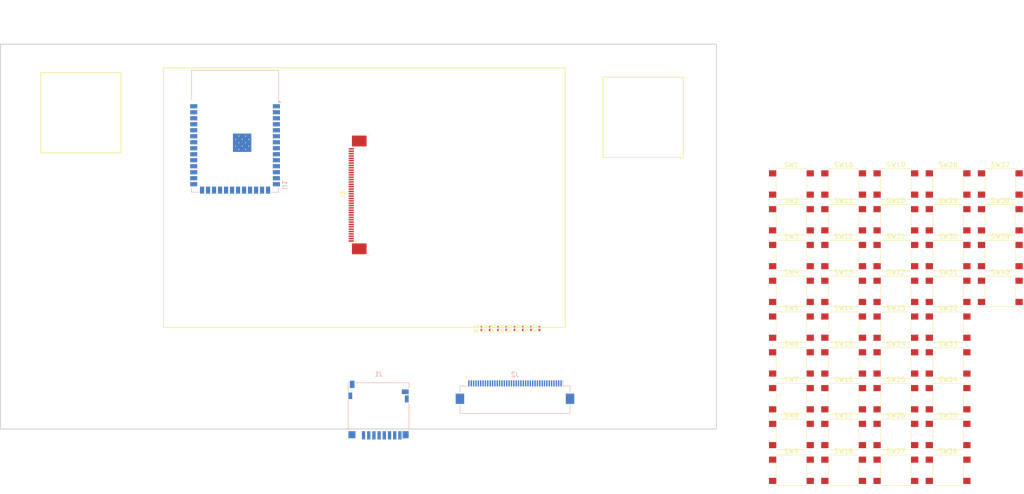
<source format=kicad_pcb>
(kicad_pcb (version 20240108) (generator "pcbnew") (generator_version "8.0")
  (layers (0 "F.Cu" signal) (31 "B.Cu" signal) (34 "B.Paste" user) (35 "F.Paste" user) (36 "B.SilkS" user "B.Silkscreen") (37 "F.SilkS" user "F.Silkscreen") (38 "B.Mask" user) (39 "F.Mask" user) (44 "Edge.Cuts" user))
  (net 0 "")
  (net 1 "GND")
  (net 2 "+3.3V")
  (net 3 "/mcu/SD_CMD")
  (net 4 "/mcu/SD_D0")
  (net 5 "/mcu/SD_CLK")
  (net 46 "Net-(U1-GND-Pad1)")
  (net 154 "Net-(J1-DAT2)")
  (net 155 "Net-(J1-DAT1)")
  (net 156 "Net-(J1-DAT3{slash}CD)")
  (net 197 "Net-(J3-CC1)")
  (net 198 "Net-(J3-CC2)")
  (footprint "Resistor_SMD:R_0201_0603Metric" (layer "F.Cu") (at 153.3 92.22 90)
    (property "Reference" "R1" (at 0 -1.05 90) (layer "F.SilkS"))
    (property "Value" "R")
    (pad "1" smd roundrect (at -0.32 0 90) (size 0.46 0.4) (layers "F.Cu" "F.Mask") (net 197 "Net-(J3-CC1)"))
    (pad "2" smd roundrect (at 0.32 0 90) (size 0.46 0.4) (layers "F.Cu" "F.Mask") (net 1 "GND"))
  )
  (footprint "Button_Switch_SMD:SW_Push_1P1T_NO_6x6mm_H9.5mm" (layer "F.Cu") (at 240.975 122.25)
    (property "Reference" "SW27" (at 0 -4.05 0) (layer "F.SilkS"))
    (property "Value" "SW_Push")
    (pad "1" smd rect (at -3.975 -2.25) (size 1.55 1.3) (layers "F.Cu" "F.Paste" "F.Mask"))
    (pad "1" smd rect (at 3.975 -2.25) (size 1.55 1.3) (layers "F.Cu" "F.Paste" "F.Mask"))
    (pad "2" smd rect (at -3.975 2.25) (size 1.55 1.3) (layers "F.Cu" "F.Paste" "F.Mask"))
    (pad "2" smd rect (at 3.975 2.25) (size 1.55 1.3) (layers "F.Cu" "F.Paste" "F.Mask"))
  )
  (footprint "Button_Switch_SMD:SW_Push_1P1T_NO_6x6mm_H9.5mm" (layer "F.Cu") (at 252.025 76.77)
    (property "Reference" "SW30" (at 0 -4.05 0) (layer "F.SilkS"))
    (property "Value" "SW_Push")
    (pad "1" smd rect (at -3.975 -2.25) (size 1.55 1.3) (layers "F.Cu" "F.Paste" "F.Mask"))
    (pad "1" smd rect (at 3.975 -2.25) (size 1.55 1.3) (layers "F.Cu" "F.Paste" "F.Mask"))
    (pad "2" smd rect (at -3.975 2.25) (size 1.55 1.3) (layers "F.Cu" "F.Paste" "F.Mask"))
    (pad "2" smd rect (at 3.975 2.25) (size 1.55 1.3) (layers "F.Cu" "F.Paste" "F.Mask"))
  )
  (footprint "Button_Switch_SMD:SW_Push_1P1T_NO_6x6mm_H9.5mm" (layer "F.Cu") (at 240.975 76.77)
    (property "Reference" "SW21" (at 0 -4.05 0) (layer "F.SilkS"))
    (property "Value" "SW_Push")
    (pad "1" smd rect (at -3.975 -2.25) (size 1.55 1.3) (layers "F.Cu" "F.Paste" "F.Mask"))
    (pad "1" smd rect (at 3.975 -2.25) (size 1.55 1.3) (layers "F.Cu" "F.Paste" "F.Mask"))
    (pad "2" smd rect (at -3.975 2.25) (size 1.55 1.3) (layers "F.Cu" "F.Paste" "F.Mask"))
    (pad "2" smd rect (at 3.975 2.25) (size 1.55 1.3) (layers "F.Cu" "F.Paste" "F.Mask"))
  )
  (footprint "Button_Switch_SMD:SW_Push_1P1T_NO_6x6mm_H9.5mm" (layer "F.Cu") (at 263.075 69.19)
    (property "Reference" "SW38" (at 0 -4.05 0) (layer "F.SilkS"))
    (property "Value" "SW_Push")
    (pad "1" smd rect (at -3.975 -2.25) (size 1.55 1.3) (layers "F.Cu" "F.Paste" "F.Mask"))
    (pad "1" smd rect (at 3.975 -2.25) (size 1.55 1.3) (layers "F.Cu" "F.Paste" "F.Mask"))
    (pad "2" smd rect (at -3.975 2.25) (size 1.55 1.3) (layers "F.Cu" "F.Paste" "F.Mask"))
    (pad "2" smd rect (at 3.975 2.25) (size 1.55 1.3) (layers "F.Cu" "F.Paste" "F.Mask"))
  )
  (footprint "Button_Switch_SMD:SW_Push_1P1T_NO_6x6mm_H9.5mm" (layer "F.Cu") (at 229.925 99.51)
    (property "Reference" "SW15" (at 0 -4.05 0) (layer "F.SilkS"))
    (property "Value" "SW_Push")
    (pad "1" smd rect (at -3.975 -2.25) (size 1.55 1.3) (layers "F.Cu" "F.Paste" "F.Mask"))
    (pad "1" smd rect (at 3.975 -2.25) (size 1.55 1.3) (layers "F.Cu" "F.Paste" "F.Mask"))
    (pad "2" smd rect (at -3.975 2.25) (size 1.55 1.3) (layers "F.Cu" "F.Paste" "F.Mask"))
    (pad "2" smd rect (at 3.975 2.25) (size 1.55 1.3) (layers "F.Cu" "F.Paste" "F.Mask"))
  )
  (footprint "Button_Switch_SMD:SW_Push_1P1T_NO_6x6mm_H9.5mm" (layer "F.Cu") (at 229.925 69.19)
    (property "Reference" "SW11" (at 0 -4.05 0) (layer "F.SilkS"))
    (property "Value" "SW_Push")
    (pad "1" smd rect (at -3.975 -2.25) (size 1.55 1.3) (layers "F.Cu" "F.Paste" "F.Mask"))
    (pad "1" smd rect (at 3.975 -2.25) (size 1.55 1.3) (layers "F.Cu" "F.Paste" "F.Mask"))
    (pad "2" smd rect (at -3.975 2.25) (size 1.55 1.3) (layers "F.Cu" "F.Paste" "F.Mask"))
    (pad "2" smd rect (at 3.975 2.25) (size 1.55 1.3) (layers "F.Cu" "F.Paste" "F.Mask"))
  )
  (footprint "Resistor_SMD:R_0201_0603Metric" (layer "F.Cu") (at 165.55 92.22 90)
    (property "Reference" "R8" (at 0 -1.05 90) (layer "F.SilkS"))
    (property "Value" "10k")
    (pad "1" smd roundrect (at -0.32 0 90) (size 0.46 0.4) (layers "F.Cu" "F.Mask") (net 2 "+3.3V"))
    (pad "2" smd roundrect (at 0.32 0 90) (size 0.46 0.4) (layers "F.Cu" "F.Mask") (net 154 "Net-(J1-DAT2)"))
  )
  (footprint "Button_Switch_SMD:SW_Push_1P1T_NO_6x6mm_H9.5mm" (layer "F.Cu") (at 263.075 84.35)
    (property "Reference" "SW40" (at 0 -4.05 0) (layer "F.SilkS"))
    (property "Value" "SW_Push")
    (pad "1" smd rect (at -3.975 -2.25) (size 1.55 1.3) (layers "F.Cu" "F.Paste" "F.Mask"))
    (pad "1" smd rect (at 3.975 -2.25) (size 1.55 1.3) (layers "F.Cu" "F.Paste" "F.Mask"))
    (pad "2" smd rect (at -3.975 2.25) (size 1.55 1.3) (layers "F.Cu" "F.Paste" "F.Mask"))
    (pad "2" smd rect (at 3.975 2.25) (size 1.55 1.3) (layers "F.Cu" "F.Paste" "F.Mask"))
  )
  (footprint "Button_Switch_SMD:SW_Push_1P1T_NO_6x6mm_H9.5mm" (layer "F.Cu") (at 240.975 114.67)
    (property "Reference" "SW26" (at 0 -4.05 0) (layer "F.SilkS"))
    (property "Value" "SW_Push")
    (pad "1" smd rect (at -3.975 -2.25) (size 1.55 1.3) (layers "F.Cu" "F.Paste" "F.Mask"))
    (pad "1" smd rect (at 3.975 -2.25) (size 1.55 1.3) (layers "F.Cu" "F.Paste" "F.Mask"))
    (pad "2" smd rect (at -3.975 2.25) (size 1.55 1.3) (layers "F.Cu" "F.Paste" "F.Mask"))
    (pad "2" smd rect (at 3.975 2.25) (size 1.55 1.3) (layers "F.Cu" "F.Paste" "F.Mask"))
  )
  (footprint "Button_Switch_SMD:SW_Push_1P1T_NO_6x6mm_H9.5mm" (layer "F.Cu") (at 252.025 122.25)
    (property "Reference" "SW36" (at 0 -4.05 0) (layer "F.SilkS"))
    (property "Value" "SW_Push")
    (pad "1" smd rect (at -3.975 -2.25) (size 1.55 1.3) (layers "F.Cu" "F.Paste" "F.Mask"))
    (pad "1" smd rect (at 3.975 -2.25) (size 1.55 1.3) (layers "F.Cu" "F.Paste" "F.Mask"))
    (pad "2" smd rect (at -3.975 2.25) (size 1.55 1.3) (layers "F.Cu" "F.Paste" "F.Mask"))
    (pad "2" smd rect (at 3.975 2.25) (size 1.55 1.3) (layers "F.Cu" "F.Paste" "F.Mask"))
  )
  (footprint "Button_Switch_SMD:SW_Push_1P1T_NO_6x6mm_H9.5mm" (layer "F.Cu") (at 252.025 61.61)
    (property "Reference" "SW28" (at 0 -4.05 0) (layer "F.SilkS"))
    (property "Value" "SW_Push")
    (pad "1" smd rect (at -3.975 -2.25) (size 1.55 1.3) (layers "F.Cu" "F.Paste" "F.Mask"))
    (pad "1" smd rect (at 3.975 -2.25) (size 1.55 1.3) (layers "F.Cu" "F.Paste" "F.Mask"))
    (pad "2" smd rect (at -3.975 2.25) (size 1.55 1.3) (layers "F.Cu" "F.Paste" "F.Mask"))
    (pad "2" smd rect (at 3.975 2.25) (size 1.55 1.3) (layers "F.Cu" "F.Paste" "F.Mask"))
  )
  (footprint "Button_Switch_SMD:SW_Push_1P1T_NO_6x6mm_H9.5mm" (layer "F.Cu") (at 229.925 114.67)
    (property "Reference" "SW17" (at 0 -4.05 0) (layer "F.SilkS"))
    (property "Value" "SW_Push")
    (pad "1" smd rect (at -3.975 -2.25) (size 1.55 1.3) (layers "F.Cu" "F.Paste" "F.Mask"))
    (pad "1" smd rect (at 3.975 -2.25) (size 1.55 1.3) (layers "F.Cu" "F.Paste" "F.Mask"))
    (pad "2" smd rect (at -3.975 2.25) (size 1.55 1.3) (layers "F.Cu" "F.Paste" "F.Mask"))
    (pad "2" smd rect (at 3.975 2.25) (size 1.55 1.3) (layers "F.Cu" "F.Paste" "F.Mask"))
  )
  (footprint "Button_Switch_SMD:SW_Push_1P1T_NO_6x6mm_H9.5mm" (layer "F.Cu") (at 229.925 122.25)
    (property "Reference" "SW18" (at 0 -4.05 0) (layer "F.SilkS"))
    (property "Value" "SW_Push")
    (pad "1" smd rect (at -3.975 -2.25) (size 1.55 1.3) (layers "F.Cu" "F.Paste" "F.Mask"))
    (pad "1" smd rect (at 3.975 -2.25) (size 1.55 1.3) (layers "F.Cu" "F.Paste" "F.Mask"))
    (pad "2" smd rect (at -3.975 2.25) (size 1.55 1.3) (layers "F.Cu" "F.Paste" "F.Mask"))
    (pad "2" smd rect (at 3.975 2.25) (size 1.55 1.3) (layers "F.Cu" "F.Paste" "F.Mask"))
  )
  (footprint "Button_Switch_SMD:SW_Push_1P1T_NO_6x6mm_H9.5mm" (layer "F.Cu") (at 240.975 99.51)
    (property "Reference" "SW24" (at 0 -4.05 0) (layer "F.SilkS"))
    (property "Value" "SW_Push")
    (pad "1" smd rect (at -3.975 -2.25) (size 1.55 1.3) (layers "F.Cu" "F.Paste" "F.Mask"))
    (pad "1" smd rect (at 3.975 -2.25) (size 1.55 1.3) (layers "F.Cu" "F.Paste" "F.Mask"))
    (pad "2" smd rect (at -3.975 2.25) (size 1.55 1.3) (layers "F.Cu" "F.Paste" "F.Mask"))
    (pad "2" smd rect (at 3.975 2.25) (size 1.55 1.3) (layers "F.Cu" "F.Paste" "F.Mask"))
  )
  (footprint "Button_Switch_SMD:SW_Push_1P1T_NO_6x6mm_H9.5mm" (layer "F.Cu") (at 252.025 107.09)
    (property "Reference" "SW34" (at 0 -4.05 0) (layer "F.SilkS"))
    (property "Value" "SW_Push")
    (pad "1" smd rect (at -3.975 -2.25) (size 1.55 1.3) (layers "F.Cu" "F.Paste" "F.Mask"))
    (pad "1" smd rect (at 3.975 -2.25) (size 1.55 1.3) (layers "F.Cu" "F.Paste" "F.Mask"))
    (pad "2" smd rect (at -3.975 2.25) (size 1.55 1.3) (layers "F.Cu" "F.Paste" "F.Mask"))
    (pad "2" smd rect (at 3.975 2.25) (size 1.55 1.3) (layers "F.Cu" "F.Paste" "F.Mask"))
  )
  (footprint "Resistor_SMD:R_0201_0603Metric" (layer "F.Cu") (at 155.05 92.22 90)
    (property "Reference" "R2" (at 0 -1.05 90) (layer "F.SilkS"))
    (property "Value" "R")
    (pad "1" smd roundrect (at -0.32 0 90) (size 0.46 0.4) (layers "F.Cu" "F.Mask") (net 198 "Net-(J3-CC2)"))
    (pad "2" smd roundrect (at 0.32 0 90) (size 0.46 0.4) (layers "F.Cu" "F.Mask") (net 1 "GND"))
  )
  (footprint "Button_Switch_SMD:SW_Push_1P1T_NO_6x6mm_H9.5mm" (layer "F.Cu") (at 252.025 84.35)
    (property "Reference" "SW31" (at 0 -4.05 0) (layer "F.SilkS"))
    (property "Value" "SW_Push")
    (pad "1" smd rect (at -3.975 -2.25) (size 1.55 1.3) (layers "F.Cu" "F.Paste" "F.Mask"))
    (pad "1" smd rect (at 3.975 -2.25) (size 1.55 1.3) (layers "F.Cu" "F.Paste" "F.Mask"))
    (pad "2" smd rect (at -3.975 2.25) (size 1.55 1.3) (layers "F.Cu" "F.Paste" "F.Mask"))
    (pad "2" smd rect (at 3.975 2.25) (size 1.55 1.3) (layers "F.Cu" "F.Paste" "F.Mask"))
  )
  (footprint "Button_Switch_SMD:SW_Push_1P1T_NO_6x6mm_H9.5mm" (layer "F.Cu") (at 252.025 99.51)
    (property "Reference" "SW33" (at 0 -4.05 0) (layer "F.SilkS"))
    (property "Value" "SW_Push")
    (pad "1" smd rect (at -3.975 -2.25) (size 1.55 1.3) (layers "F.Cu" "F.Paste" "F.Mask"))
    (pad "1" smd rect (at 3.975 -2.25) (size 1.55 1.3) (layers "F.Cu" "F.Paste" "F.Mask"))
    (pad "2" smd rect (at -3.975 2.25) (size 1.55 1.3) (layers "F.Cu" "F.Paste" "F.Mask"))
    (pad "2" smd rect (at 3.975 2.25) (size 1.55 1.3) (layers "F.Cu" "F.Paste" "F.Mask"))
  )
  (footprint "Button_Switch_SMD:SW_Push_1P1T_NO_6x6mm_H9.5mm" (layer "F.Cu") (at 218.875 84.35)
    (property "Reference" "SW4" (at 0 -4.05 0) (layer "F.SilkS"))
    (property "Value" "SW_Push")
    (pad "1" smd rect (at -3.975 -2.25) (size 1.55 1.3) (layers "F.Cu" "F.Paste" "F.Mask"))
    (pad "1" smd rect (at 3.975 -2.25) (size 1.55 1.3) (layers "F.Cu" "F.Paste" "F.Mask"))
    (pad "2" smd rect (at -3.975 2.25) (size 1.55 1.3) (layers "F.Cu" "F.Paste" "F.Mask"))
    (pad "2" smd rect (at 3.975 2.25) (size 1.55 1.3) (layers "F.Cu" "F.Paste" "F.Mask"))
  )
  (footprint "Resistor_SMD:R_0201_0603Metric" (layer "F.Cu") (at 160.3 92.22 90)
    (property "Reference" "R5" (at 0 -1.05 90) (layer "F.SilkS"))
    (property "Value" "10k")
    (pad "1" smd roundrect (at -0.32 0 90) (size 0.46 0.4) (layers "F.Cu" "F.Mask") (net 2 "+3.3V"))
    (pad "2" smd roundrect (at 0.32 0 90) (size 0.46 0.4) (layers "F.Cu" "F.Mask") (net 5 "/mcu/SD_CLK"))
  )
  (footprint "Button_Switch_SMD:SW_Push_1P1T_NO_6x6mm_H9.5mm" (layer "F.Cu") (at 240.975 84.35)
    (property "Reference" "SW22" (at 0 -4.05 0) (layer "F.SilkS"))
    (property "Value" "SW_Push")
    (pad "1" smd rect (at -3.975 -2.25) (size 1.55 1.3) (layers "F.Cu" "F.Paste" "F.Mask"))
    (pad "1" smd rect (at 3.975 -2.25) (size 1.55 1.3) (layers "F.Cu" "F.Paste" "F.Mask"))
    (pad "2" smd rect (at -3.975 2.25) (size 1.55 1.3) (layers "F.Cu" "F.Paste" "F.Mask"))
    (pad "2" smd rect (at 3.975 2.25) (size 1.55 1.3) (layers "F.Cu" "F.Paste" "F.Mask"))
  )
  (footprint "Button_Switch_SMD:SW_Push_1P1T_NO_6x6mm_H9.5mm" (layer "F.Cu") (at 252.025 91.93)
    (property "Reference" "SW32" (at 0 -4.05 0) (layer "F.SilkS"))
    (property "Value" "SW_Push")
    (pad "1" smd rect (at -3.975 -2.25) (size 1.55 1.3) (layers "F.Cu" "F.Paste" "F.Mask"))
    (pad "1" smd rect (at 3.975 -2.25) (size 1.55 1.3) (layers "F.Cu" "F.Paste" "F.Mask"))
    (pad "2" smd rect (at -3.975 2.25) (size 1.55 1.3) (layers "F.Cu" "F.Paste" "F.Mask"))
    (pad "2" smd rect (at 3.975 2.25) (size 1.55 1.3) (layers "F.Cu" "F.Paste" "F.Mask"))
  )
  (footprint "Button_Switch_SMD:SW_Push_1P1T_NO_6x6mm_H9.5mm" (layer "F.Cu") (at 240.975 61.61)
    (property "Reference" "SW19" (at 0 -4.05 0) (layer "F.SilkS"))
    (property "Value" "SW_Push")
    (pad "1" smd rect (at -3.975 -2.25) (size 1.55 1.3) (layers "F.Cu" "F.Paste" "F.Mask"))
    (pad "1" smd rect (at 3.975 -2.25) (size 1.55 1.3) (layers "F.Cu" "F.Paste" "F.Mask"))
    (pad "2" smd rect (at -3.975 2.25) (size 1.55 1.3) (layers "F.Cu" "F.Paste" "F.Mask"))
    (pad "2" smd rect (at 3.975 2.25) (size 1.55 1.3) (layers "F.Cu" "F.Paste" "F.Mask"))
  )
  (footprint "Button_Switch_SMD:SW_Push_1P1T_NO_6x6mm_H9.5mm" (layer "F.Cu") (at 218.875 107.09)
    (property "Reference" "SW7" (at 0 -4.05 0) (layer "F.SilkS"))
    (property "Value" "SW_Push")
    (pad "1" smd rect (at -3.975 -2.25) (size 1.55 1.3) (layers "F.Cu" "F.Paste" "F.Mask"))
    (pad "1" smd rect (at 3.975 -2.25) (size 1.55 1.3) (layers "F.Cu" "F.Paste" "F.Mask"))
    (pad "2" smd rect (at -3.975 2.25) (size 1.55 1.3) (layers "F.Cu" "F.Paste" "F.Mask"))
    (pad "2" smd rect (at 3.975 2.25) (size 1.55 1.3) (layers "F.Cu" "F.Paste" "F.Mask"))
  )
  (footprint "Button_Switch_SMD:SW_Push_1P1T_NO_6x6mm_H9.5mm" (layer "F.Cu") (at 218.875 99.51)
    (property "Reference" "SW6" (at 0 -4.05 0) (layer "F.SilkS"))
    (property "Value" "SW_Push")
    (pad "1" smd rect (at -3.975 -2.25) (size 1.55 1.3) (layers "F.Cu" "F.Paste" "F.Mask"))
    (pad "1" smd rect (at 3.975 -2.25) (size 1.55 1.3) (layers "F.Cu" "F.Paste" "F.Mask"))
    (pad "2" smd rect (at -3.975 2.25) (size 1.55 1.3) (layers "F.Cu" "F.Paste" "F.Mask"))
    (pad "2" smd rect (at 3.975 2.25) (size 1.55 1.3) (layers "F.Cu" "F.Paste" "F.Mask"))
  )
  (footprint "Resistor_SMD:R_0201_0603Metric" (layer "F.Cu") (at 156.8 92.22 90)
    (property "Reference" "R3" (at 0 -1.05 90) (layer "F.SilkS"))
    (property "Value" "10k")
    (pad "1" smd roundrect (at -0.32 0 90) (size 0.46 0.4) (layers "F.Cu" "F.Mask") (net 2 "+3.3V"))
    (pad "2" smd roundrect (at 0.32 0 90) (size 0.46 0.4) (layers "F.Cu" "F.Mask") (net 155 "Net-(J1-DAT1)"))
  )
  (footprint "Resistor_SMD:R_0201_0603Metric" (layer "F.Cu") (at 158.55 92.22 90)
    (property "Reference" "R4" (at 0 -1.05 90) (layer "F.SilkS"))
    (property "Value" "10k")
    (pad "1" smd roundrect (at -0.32 0 90) (size 0.46 0.4) (layers "F.Cu" "F.Mask") (net 2 "+3.3V"))
    (pad "2" smd roundrect (at 0.32 0 90) (size 0.46 0.4) (layers "F.Cu" "F.Mask") (net 4 "/mcu/SD_D0"))
  )
  (footprint "Resistor_SMD:R_0201_0603Metric" (layer "F.Cu") (at 163.8 92.22 90)
    (property "Reference" "R7" (at 0 -1.05 90) (layer "F.SilkS"))
    (property "Value" "10k")
    (pad "1" smd roundrect (at -0.32 0 90) (size 0.46 0.4) (layers "F.Cu" "F.Mask") (net 2 "+3.3V"))
    (pad "2" smd roundrect (at 0.32 0 90) (size 0.46 0.4) (layers "F.Cu" "F.Mask") (net 156 "Net-(J1-DAT3{slash}CD)"))
  )
  (footprint "Button_Switch_SMD:SW_Push_1P1T_NO_6x6mm_H9.5mm" (layer "F.Cu") (at 229.925 84.35)
    (property "Reference" "SW13" (at 0 -4.05 0) (layer "F.SilkS"))
    (property "Value" "SW_Push")
    (pad "1" smd rect (at -3.975 -2.25) (size 1.55 1.3) (layers "F.Cu" "F.Paste" "F.Mask"))
    (pad "1" smd rect (at 3.975 -2.25) (size 1.55 1.3) (layers "F.Cu" "F.Paste" "F.Mask"))
    (pad "2" smd rect (at -3.975 2.25) (size 1.55 1.3) (layers "F.Cu" "F.Paste" "F.Mask"))
    (pad "2" smd rect (at 3.975 2.25) (size 1.55 1.3) (layers "F.Cu" "F.Paste" "F.Mask"))
  )
  (footprint "Button_Switch_SMD:SW_Push_1P1T_NO_6x6mm_H9.5mm" (layer "F.Cu") (at 240.975 91.93)
    (property "Reference" "SW23" (at 0 -4.05 0) (layer "F.SilkS"))
    (property "Value" "SW_Push")
    (pad "1" smd rect (at -3.975 -2.25) (size 1.55 1.3) (layers "F.Cu" "F.Paste" "F.Mask"))
    (pad "1" smd rect (at 3.975 -2.25) (size 1.55 1.3) (layers "F.Cu" "F.Paste" "F.Mask"))
    (pad "2" smd rect (at -3.975 2.25) (size 1.55 1.3) (layers "F.Cu" "F.Paste" "F.Mask"))
    (pad "2" smd rect (at 3.975 2.25) (size 1.55 1.3) (layers "F.Cu" "F.Paste" "F.Mask"))
  )
  (footprint "Button_Switch_SMD:SW_Push_1P1T_NO_6x6mm_H9.5mm" (layer "F.Cu") (at 263.075 61.61)
    (property "Reference" "SW37" (at 0 -4.05 0) (layer "F.SilkS"))
    (property "Value" "SW_Push")
    (pad "1" smd rect (at -3.975 -2.25) (size 1.55 1.3) (layers "F.Cu" "F.Paste" "F.Mask"))
    (pad "1" smd rect (at 3.975 -2.25) (size 1.55 1.3) (layers "F.Cu" "F.Paste" "F.Mask"))
    (pad "2" smd rect (at -3.975 2.25) (size 1.55 1.3) (layers "F.Cu" "F.Paste" "F.Mask"))
    (pad "2" smd rect (at 3.975 2.25) (size 1.55 1.3) (layers "F.Cu" "F.Paste" "F.Mask"))
  )
  (footprint "Button_Switch_SMD:SW_Push_1P1T_NO_6x6mm_H9.5mm" (layer "F.Cu") (at 218.875 69.19)
    (property "Reference" "SW2" (at 0 -4.05 0) (layer "F.SilkS"))
    (property "Value" "SW_Push")
    (pad "1" smd rect (at -3.975 -2.25) (size 1.55 1.3) (layers "F.Cu" "F.Paste" "F.Mask"))
    (pad "1" smd rect (at 3.975 -2.25) (size 1.55 1.3) (layers "F.Cu" "F.Paste" "F.Mask"))
    (pad "2" smd rect (at -3.975 2.25) (size 1.55 1.3) (layers "F.Cu" "F.Paste" "F.Mask"))
    (pad "2" smd rect (at 3.975 2.25) (size 1.55 1.3) (layers "F.Cu" "F.Paste" "F.Mask"))
  )
  (footprint "Button_Switch_SMD:SW_Push_1P1T_NO_6x6mm_H9.5mm" (layer "F.Cu") (at 229.925 107.09)
    (property "Reference" "SW16" (at 0 -4.05 0) (layer "F.SilkS"))
    (property "Value" "SW_Push")
    (pad "1" smd rect (at -3.975 -2.25) (size 1.55 1.3) (layers "F.Cu" "F.Paste" "F.Mask"))
    (pad "1" smd rect (at 3.975 -2.25) (size 1.55 1.3) (layers "F.Cu" "F.Paste" "F.Mask"))
    (pad "2" smd rect (at -3.975 2.25) (size 1.55 1.3) (layers "F.Cu" "F.Paste" "F.Mask"))
    (pad "2" smd rect (at 3.975 2.25) (size 1.55 1.3) (layers "F.Cu" "F.Paste" "F.Mask"))
  )
  (footprint "Resistor_SMD:R_0201_0603Metric" (layer "F.Cu") (at 162.05 92.22 90)
    (property "Reference" "R6" (at 0 -1.05 90) (layer "F.SilkS"))
    (property "Value" "10k")
    (pad "1" smd roundrect (at -0.32 0 90) (size 0.46 0.4) (layers "F.Cu" "F.Mask") (net 2 "+3.3V"))
    (pad "2" smd roundrect (at 0.32 0 90) (size 0.46 0.4) (layers "F.Cu" "F.Mask") (net 3 "/mcu/SD_CMD"))
  )
  (footprint "Button_Switch_SMD:SW_Push_1P1T_NO_6x6mm_H9.5mm" (layer "F.Cu") (at 218.875 114.67)
    (property "Reference" "SW8" (at 0 -4.05 0) (layer "F.SilkS"))
    (property "Value" "SW_Push")
    (pad "1" smd rect (at -3.975 -2.25) (size 1.55 1.3) (layers "F.Cu" "F.Paste" "F.Mask"))
    (pad "1" smd rect (at 3.975 -2.25) (size 1.55 1.3) (layers "F.Cu" "F.Paste" "F.Mask"))
    (pad "2" smd rect (at -3.975 2.25) (size 1.55 1.3) (layers "F.Cu" "F.Paste" "F.Mask"))
    (pad "2" smd rect (at 3.975 2.25) (size 1.55 1.3) (layers "F.Cu" "F.Paste" "F.Mask"))
  )
  (footprint "Button_Switch_SMD:SW_Push_1P1T_NO_6x6mm_H9.5mm" (layer "F.Cu") (at 229.925 76.77)
    (property "Reference" "SW12" (at 0 -4.05 0) (layer "F.SilkS"))
    (property "Value" "SW_Push")
    (pad "1" smd rect (at -3.975 -2.25) (size 1.55 1.3) (layers "F.Cu" "F.Paste" "F.Mask"))
    (pad "1" smd rect (at 3.975 -2.25) (size 1.55 1.3) (layers "F.Cu" "F.Paste" "F.Mask"))
    (pad "2" smd rect (at -3.975 2.25) (size 1.55 1.3) (layers "F.Cu" "F.Paste" "F.Mask"))
    (pad "2" smd rect (at 3.975 2.25) (size 1.55 1.3) (layers "F.Cu" "F.Paste" "F.Mask"))
  )
  (footprint "Button_Switch_SMD:SW_Push_1P1T_NO_6x6mm_H9.5mm" (layer "F.Cu") (at 218.875 122.25)
    (property "Reference" "SW9" (at 0 -4.05 0) (layer "F.SilkS"))
    (property "Value" "SW_Push")
    (pad "1" smd rect (at -3.975 -2.25) (size 1.55 1.3) (layers "F.Cu" "F.Paste" "F.Mask"))
    (pad "1" smd rect (at 3.975 -2.25) (size 1.55 1.3) (layers "F.Cu" "F.Paste" "F.Mask"))
    (pad "2" smd rect (at -3.975 2.25) (size 1.55 1.3) (layers "F.Cu" "F.Paste" "F.Mask"))
    (pad "2" smd rect (at 3.975 2.25) (size 1.55 1.3) (layers "F.Cu" "F.Paste" "F.Mask"))
  )
  (footprint "Button_Switch_SMD:SW_Push_1P1T_NO_6x6mm_H9.5mm" (layer "F.Cu") (at 229.925 91.93)
    (property "Reference" "SW14" (at 0 -4.05 0) (layer "F.SilkS"))
    (property "Value" "SW_Push")
    (pad "1" smd rect (at -3.975 -2.25) (size 1.55 1.3) (layers "F.Cu" "F.Paste" "F.Mask"))
    (pad "1" smd rect (at 3.975 -2.25) (size 1.55 1.3) (layers "F.Cu" "F.Paste" "F.Mask"))
    (pad "2" smd rect (at -3.975 2.25) (size 1.55 1.3) (layers "F.Cu" "F.Paste" "F.Mask"))
    (pad "2" smd rect (at 3.975 2.25) (size 1.55 1.3) (layers "F.Cu" "F.Paste" "F.Mask"))
  )
  (footprint "Button_Switch_SMD:SW_Push_1P1T_NO_6x6mm_H9.5mm" (layer "F.Cu") (at 252.025 114.67)
    (property "Reference" "SW35" (at 0 -4.05 0) (layer "F.SilkS"))
    (property "Value" "SW_Push")
    (pad "1" smd rect (at -3.975 -2.25) (size 1.55 1.3) (layers "F.Cu" "F.Paste" "F.Mask"))
    (pad "1" smd rect (at 3.975 -2.25) (size 1.55 1.3) (layers "F.Cu" "F.Paste" "F.Mask"))
    (pad "2" smd rect (at -3.975 2.25) (size 1.55 1.3) (layers "F.Cu" "F.Paste" "F.Mask"))
    (pad "2" smd rect (at 3.975 2.25) (size 1.55 1.3) (layers "F.Cu" "F.Paste" "F.Mask"))
  )
  (footprint "Button_Switch_SMD:SW_Push_1P1T_NO_6x6mm_H9.5mm" (layer "F.Cu") (at 218.875 91.93)
    (property "Reference" "SW5" (at 0 -4.05 0) (layer "F.SilkS"))
    (property "Value" "SW_Push")
    (pad "1" smd rect (at -3.975 -2.25) (size 1.55 1.3) (layers "F.Cu" "F.Paste" "F.Mask"))
    (pad "1" smd rect (at 3.975 -2.25) (size 1.55 1.3) (layers "F.Cu" "F.Paste" "F.Mask"))
    (pad "2" smd rect (at -3.975 2.25) (size 1.55 1.3) (layers "F.Cu" "F.Paste" "F.Mask"))
    (pad "2" smd rect (at 3.975 2.25) (size 1.55 1.3) (layers "F.Cu" "F.Paste" "F.Mask"))
  )
  (footprint "Button_Switch_SMD:SW_Push_1P1T_NO_6x6mm_H9.5mm" (layer "F.Cu") (at 218.875 61.61)
    (property "Reference" "SW1" (at 0 -4.05 0) (layer "F.SilkS"))
    (property "Value" "SW_Push")
    (pad "1" smd rect (at -3.975 -2.25) (size 1.55 1.3) (layers "F.Cu" "F.Paste" "F.Mask"))
    (pad "1" smd rect (at 3.975 -2.25) (size 1.55 1.3) (layers "F.Cu" "F.Paste" "F.Mask"))
    (pad "2" smd rect (at -3.975 2.25) (size 1.55 1.3) (layers "F.Cu" "F.Paste" "F.Mask"))
    (pad "2" smd rect (at 3.975 2.25) (size 1.55 1.3) (layers "F.Cu" "F.Paste" "F.Mask"))
  )
  (footprint "Button_Switch_SMD:SW_Push_1P1T_NO_6x6mm_H9.5mm" (layer "F.Cu") (at 240.975 69.19)
    (property "Reference" "SW20" (at 0 -4.05 0) (layer "F.SilkS"))
    (property "Value" "SW_Push")
    (pad "1" smd rect (at -3.975 -2.25) (size 1.55 1.3) (layers "F.Cu" "F.Paste" "F.Mask"))
    (pad "1" smd rect (at 3.975 -2.25) (size 1.55 1.3) (layers "F.Cu" "F.Paste" "F.Mask"))
    (pad "2" smd rect (at -3.975 2.25) (size 1.55 1.3) (layers "F.Cu" "F.Paste" "F.Mask"))
    (pad "2" smd rect (at 3.975 2.25) (size 1.55 1.3) (layers "F.Cu" "F.Paste" "F.Mask"))
  )
  (footprint "Connector_FFC-FPC:TE_4-1734839-0_1x40-1MP_P0.5mm_Horizontal" (layer "F.Cu") (at 127.075 63.925 90)
    (property "Reference" "J3" (at 0 -3.1 -90) (layer "F.SilkS"))
    (property "Value" "Conn_01x40")
    (pad "1" smd rect (at -9.75 -1.35 90) (size 0.3 1.1) (layers "F.Cu" "F.Paste" "F.Mask"))
    (pad "2" smd rect (at -9.25 -1.35 90) (size 0.3 1.1) (layers "F.Cu" "F.Paste" "F.Mask"))
    (pad "3" smd rect (at -8.75 -1.35 90) (size 0.3 1.1) (layers "F.Cu" "F.Paste" "F.Mask"))
    (pad "4" smd rect (at -8.25 -1.35 90) (size 0.3 1.1) (layers "F.Cu" "F.Paste" "F.Mask"))
    (pad "5" smd rect (at -7.75 -1.35 90) (size 0.3 1.1) (layers "F.Cu" "F.Paste" "F.Mask"))
    (pad "6" smd rect (at -7.25 -1.35 90) (size 0.3 1.1) (layers "F.Cu" "F.Paste" "F.Mask"))
    (pad "7" smd rect (at -6.75 -1.35 90) (size 0.3 1.1) (layers "F.Cu" "F.Paste" "F.Mask"))
    (pad "8" smd rect (at -6.25 -1.35 90) (size 0.3 1.1) (layers "F.Cu" "F.Paste" "F.Mask"))
    (pad "9" smd rect (at -5.75 -1.35 90) (size 0.3 1.1) (layers "F.Cu" "F.Paste" "F.Mask"))
    (pad "10" smd rect (at -5.25 -1.35 90) (size 0.3 1.1) (layers "F.Cu" "F.Paste" "F.Mask"))
    (pad "11" smd rect (at -4.75 -1.35 90) (size 0.3 1.1) (layers "F.Cu" "F.Paste" "F.Mask"))
    (pad "12" smd rect (at -4.25 -1.35 90) (size 0.3 1.1) (layers "F.Cu" "F.Paste" "F.Mask"))
    (pad "13" smd rect (at -3.75 -1.35 90) (size 0.3 1.1) (layers "F.Cu" "F.Paste" "F.Mask"))
    (pad "14" smd rect (at -3.25 -1.35 90) (size 0.3 1.1) (layers "F.Cu" "F.Paste" "F.Mask"))
    (pad "15" smd rect (at -2.75 -1.35 90) (size 0.3 1.1) (layers "F.Cu" "F.Paste" "F.Mask"))
    (pad "16" smd rect (at -2.25 -1.35 90) (size 0.3 1.1) (layers "F.Cu" "F.Paste" "F.Mask"))
    (pad "17" smd rect (at -1.75 -1.35 90) (size 0.3 1.1) (layers "F.Cu" "F.Paste" "F.Mask"))
    (pad "18" smd rect (at -1.25 -1.35 90) (size 0.3 1.1) (layers "F.Cu" "F.Paste" "F.Mask"))
    (pad "19" smd rect (at -0.75 -1.35 90) (size 0.3 1.1) (layers "F.Cu" "F.Paste" "F.Mask"))
    (pad "20" smd rect (at -0.25 -1.35 90) (size 0.3 1.1) (layers "F.Cu" "F.Paste" "F.Mask"))
    (pad "21" smd rect (at 0.25 -1.35 90) (size 0.3 1.1) (layers "F.Cu" "F.Paste" "F.Mask"))
    (pad "22" smd rect (at 0.75 -1.35 90) (size 0.3 1.1) (layers "F.Cu" "F.Paste" "F.Mask"))
    (pad "23" smd rect (at 1.25 -1.35 90) (size 0.3 1.1) (layers "F.Cu" "F.Paste" "F.Mask"))
    (pad "24" smd rect (at 1.75 -1.35 90) (size 0.3 1.1) (layers "F.Cu" "F.Paste" "F.Mask"))
    (pad "25" smd rect (at 2.25 -1.35 90) (size 0.3 1.1) (layers "F.Cu" "F.Paste" "F.Mask"))
    (pad "26" smd rect (at 2.75 -1.35 90) (size 0.3 1.1) (layers "F.Cu" "F.Paste" "F.Mask"))
    (pad "27" smd rect (at 3.25 -1.35 90) (size 0.3 1.1) (layers "F.Cu" "F.Paste" "F.Mask"))
    (pad "28" smd rect (at 3.75 -1.35 90) (size 0.3 1.1) (layers "F.Cu" "F.Paste" "F.Mask"))
    (pad "29" smd rect (at 4.25 -1.35 90) (size 0.3 1.1) (layers "F.Cu" "F.Paste" "F.Mask"))
    (pad "30" smd rect (at 4.75 -1.35 90) (size 0.3 1.1) (layers "F.Cu" "F.Paste" "F.Mask"))
    (pad "31" smd rect (at 5.25 -1.35 90) (size 0.3 1.1) (layers "F.Cu" "F.Paste" "F.Mask"))
    (pad "32" smd rect (at 5.75 -1.35 90) (size 0.3 1.1) (layers "F.Cu" "F.Paste" "F.Mask"))
    (pad "33" smd rect (at 6.25 -1.35 90) (size 0.3 1.1) (layers "F.Cu" "F.Paste" "F.Mask"))
    (pad "34" smd rect (at 6.75 -1.35 90) (size 0.3 1.1) (layers "F.Cu" "F.Paste" "F.Mask"))
    (pad "35" smd rect (at 7.25 -1.35 90) (size 0.3 1.1) (layers "F.Cu" "F.Paste" "F.Mask"))
    (pad "36" smd rect (at 7.75 -1.35 90) (size 0.3 1.1) (layers "F.Cu" "F.Paste" "F.Mask"))
    (pad "37" smd rect (at 8.25 -1.35 90) (size 0.3 1.1) (layers "F.Cu" "F.Paste" "F.Mask"))
    (pad "38" smd rect (at 8.75 -1.35 90) (size 0.3 1.1) (layers "F.Cu" "F.Paste" "F.Mask"))
    (pad "39" smd rect (at 9.25 -1.35 90) (size 0.3 1.1) (layers "F.Cu" "F.Paste" "F.Mask"))
    (pad "40" smd rect (at 9.75 -1.35 90) (size 0.3 1.1) (layers "F.Cu" "F.Paste" "F.Mask"))
    (pad "MP" smd rect (at -11.42 0.35 90) (size 2.3 3.1) (layers "F.Cu" "F.Paste" "F.Mask"))
    (pad "MP" smd rect (at 11.42 0.35 90) (size 2.3 3.1) (layers "F.Cu" "F.Paste" "F.Mask"))
  )
  (footprint "Button_Switch_SMD:SW_Push_1P1T_NO_6x6mm_H9.5mm" (layer "F.Cu") (at 263.075 76.77)
    (property "Reference" "SW39" (at 0 -4.05 0) (layer "F.SilkS"))
    (property "Value" "SW_Push")
    (pad "1" smd rect (at -3.975 -2.25) (size 1.55 1.3) (layers "F.Cu" "F.Paste" "F.Mask"))
    (pad "1" smd rect (at 3.975 -2.25) (size 1.55 1.3) (layers "F.Cu" "F.Paste" "F.Mask"))
    (pad "2" smd rect (at -3.975 2.25) (size 1.55 1.3) (layers "F.Cu" "F.Paste" "F.Mask"))
    (pad "2" smd rect (at 3.975 2.25) (size 1.55 1.3) (layers "F.Cu" "F.Paste" "F.Mask"))
  )
  (footprint "Button_Switch_SMD:SW_Push_1P1T_NO_6x6mm_H9.5mm" (layer "F.Cu") (at 229.925 61.61)
    (property "Reference" "SW10" (at 0 -4.05 0) (layer "F.SilkS"))
    (property "Value" "SW_Push")
    (pad "1" smd rect (at -3.975 -2.25) (size 1.55 1.3) (layers "F.Cu" "F.Paste" "F.Mask"))
    (pad "1" smd rect (at 3.975 -2.25) (size 1.55 1.3) (layers "F.Cu" "F.Paste" "F.Mask"))
    (pad "2" smd rect (at -3.975 2.25) (size 1.55 1.3) (layers "F.Cu" "F.Paste" "F.Mask"))
    (pad "2" smd rect (at 3.975 2.25) (size 1.55 1.3) (layers "F.Cu" "F.Paste" "F.Mask"))
  )
  (footprint "Button_Switch_SMD:SW_Push_1P1T_NO_6x6mm_H9.5mm" (layer "F.Cu") (at 240.975 107.09)
    (property "Reference" "SW25" (at 0 -4.05 0) (layer "F.SilkS"))
    (property "Value" "SW_Push")
    (pad "1" smd rect (at -3.975 -2.25) (size 1.55 1.3) (layers "F.Cu" "F.Paste" "F.Mask"))
    (pad "1" smd rect (at 3.975 -2.25) (size 1.55 1.3) (layers "F.Cu" "F.Paste" "F.Mask"))
    (pad "2" smd rect (at -3.975 2.25) (size 1.55 1.3) (layers "F.Cu" "F.Paste" "F.Mask"))
    (pad "2" smd rect (at 3.975 2.25) (size 1.55 1.3) (layers "F.Cu" "F.Paste" "F.Mask"))
  )
  (footprint "Button_Switch_SMD:SW_Push_1P1T_NO_6x6mm_H9.5mm" (layer "F.Cu") (at 252.025 69.19)
    (property "Reference" "SW29" (at 0 -4.05 0) (layer "F.SilkS"))
    (property "Value" "SW_Push")
    (pad "1" smd rect (at -3.975 -2.25) (size 1.55 1.3) (layers "F.Cu" "F.Paste" "F.Mask"))
    (pad "1" smd rect (at 3.975 -2.25) (size 1.55 1.3) (layers "F.Cu" "F.Paste" "F.Mask"))
    (pad "2" smd rect (at -3.975 2.25) (size 1.55 1.3) (layers "F.Cu" "F.Paste" "F.Mask"))
    (pad "2" smd rect (at 3.975 2.25) (size 1.55 1.3) (layers "F.Cu" "F.Paste" "F.Mask"))
  )
  (footprint "Button_Switch_SMD:SW_Push_1P1T_NO_6x6mm_H9.5mm" (layer "F.Cu") (at 218.875 76.77)
    (property "Reference" "SW3" (at 0 -4.05 0) (layer "F.SilkS"))
    (property "Value" "SW_Push")
    (pad "1" smd rect (at -3.975 -2.25) (size 1.55 1.3) (layers "F.Cu" "F.Paste" "F.Mask"))
    (pad "1" smd rect (at 3.975 -2.25) (size 1.55 1.3) (layers "F.Cu" "F.Paste" "F.Mask"))
    (pad "2" smd rect (at -3.975 2.25) (size 1.55 1.3) (layers "F.Cu" "F.Paste" "F.Mask"))
    (pad "2" smd rect (at 3.975 2.25) (size 1.55 1.3) (layers "F.Cu" "F.Paste" "F.Mask"))
  )
  (footprint "RF_Module:ESP32-S3-WROOM-1" (layer "B.Cu") (at 101.14 50.41 180)
    (property "Reference" "U1" (at -10.5 -11.4 -90) (layer "B.SilkS") (effects (justify mirror)))
    (property "Value" "ESP32-S3-WROOM-1")
    (pad "1" smd rect (at -8.75 5.26 180) (size 1.5 0.9) (layers "B.Cu" "B.Paste" "B.Mask") (net 46 "Net-(U1-GND-Pad1)"))
    (pad "2" smd rect (at -8.75 3.99 180) (size 1.5 0.9) (layers "B.Cu" "B.Paste" "B.Mask"))
    (pad "3" smd rect (at -8.75 2.72 180) (size 1.5 0.9) (layers "B.Cu" "B.Paste" "B.Mask"))
    (pad "4" smd rect (at -8.75 1.45 180) (size 1.5 0.9) (layers "B.Cu" "B.Paste" "B.Mask"))
    (pad "5" smd rect (at -8.75 0.18 180) (size 1.5 0.9) (layers "B.Cu" "B.Paste" "B.Mask"))
    (pad "6" smd rect (at -8.75 -1.09 180) (size 1.5 0.9) (layers "B.Cu" "B.Paste" "B.Mask"))
    (pad "7" smd rect (at -8.75 -2.36 180) (size 1.5 0.9) (layers "B.Cu" "B.Paste" "B.Mask"))
    (pad "8" smd rect (at -8.75 -3.63 180) (size 1.5 0.9) (layers "B.Cu" "B.Paste" "B.Mask"))
    (pad "9" smd rect (at -8.75 -4.9 180) (size 1.5 0.9) (layers "B.Cu" "B.Paste" "B.Mask"))
    (pad "10" smd rect (at -8.75 -6.17 180) (size 1.5 0.9) (layers "B.Cu" "B.Paste" "B.Mask"))
    (pad "11" smd rect (at -8.75 -7.44 180) (size 1.5 0.9) (layers "B.Cu" "B.Paste" "B.Mask"))
    (pad "12" smd rect (at -8.75 -8.71 180) (size 1.5 0.9) (layers "B.Cu" "B.Paste" "B.Mask"))
    (pad "13" smd rect (at -8.75 -9.98 180) (size 1.5 0.9) (layers "B.Cu" "B.Paste" "B.Mask"))
    (pad "14" smd rect (at -8.75 -11.25) (size 1.5 0.9) (layers "B.Cu" "B.Paste" "B.Mask"))
    (pad "15" smd rect (at -6.985 -12.5 270) (size 1.5 0.9) (layers "B.Cu" "B.Paste" "B.Mask"))
    (pad "16" smd rect (at -5.715 -12.5 270) (size 1.5 0.9) (layers "B.Cu" "B.Paste" "B.Mask"))
    (pad "17" smd rect (at -4.445 -12.5 270) (size 1.5 0.9) (layers "B.Cu" "B.Paste" "B.Mask"))
    (pad "18" smd rect (at -3.175 -12.5 270) (size 1.5 0.9) (layers "B.Cu" "B.Paste" "B.Mask"))
    (pad "19" smd rect (at -1.905 -12.5 270) (size 1.5 0.9) (layers "B.Cu" "B.Paste" "B.Mask"))
    (pad "20" smd rect (at -0.635 -12.5 270) (size 1.5 0.9) (layers "B.Cu" "B.Paste" "B.Mask"))
    (pad "21" smd rect (at 0.635 -12.5 270) (size 1.5 0.9) (layers "B.Cu" "B.Paste" "B.Mask"))
    (pad "22" smd rect (at 1.905 -12.5 270) (size 1.5 0.9) (layers "B.Cu" "B.Paste" "B.Mask"))
    (pad "23" smd rect (at 3.175 -12.5 270) (size 1.5 0.9) (layers "B.Cu" "B.Paste" "B.Mask"))
    (pad "24" smd rect (at 4.445 -12.5 270) (size 1.5 0.9) (layers "B.Cu" "B.Paste" "B.Mask"))
    (pad "25" smd rect (at 5.715 -12.5 270) (size 1.5 0.9) (layers "B.Cu" "B.Paste" "B.Mask"))
    (pad "26" smd rect (at 6.985 -12.5 270) (size 1.5 0.9) (layers "B.Cu" "B.Paste" "B.Mask"))
    (pad "27" smd rect (at 8.75 -11.25 180) (size 1.5 0.9) (layers "B.Cu" "B.Paste" "B.Mask"))
    (pad "28" smd rect (at 8.75 -9.98 180) (size 1.5 0.9) (layers "B.Cu" "B.Paste" "B.Mask"))
    (pad "29" smd rect (at 8.75 -8.71 180) (size 1.5 0.9) (layers "B.Cu" "B.Paste" "B.Mask"))
    (pad "30" smd rect (at 8.75 -7.44 180) (size 1.5 0.9) (layers "B.Cu" "B.Paste" "B.Mask"))
    (pad "31" smd rect (at 8.75 -6.17 180) (size 1.5 0.9) (layers "B.Cu" "B.Paste" "B.Mask"))
    (pad "32" smd rect (at 8.75 -4.9 180) (size 1.5 0.9) (layers "B.Cu" "B.Paste" "B.Mask"))
    (pad "33" smd rect (at 8.75 -3.63 180) (size 1.5 0.9) (layers "B.Cu" "B.Paste" "B.Mask"))
    (pad "34" smd rect (at 8.75 -2.36 180) (size 1.5 0.9) (layers "B.Cu" "B.Paste" "B.Mask"))
    (pad "35" smd rect (at 8.75 -1.09 180) (size 1.5 0.9) (layers "B.Cu" "B.Paste" "B.Mask"))
    (pad "36" smd rect (at 8.75 0.18 180) (size 1.5 0.9) (layers "B.Cu" "B.Paste" "B.Mask"))
    (pad "37" smd rect (at 8.75 1.45 180) (size 1.5 0.9) (layers "B.Cu" "B.Paste" "B.Mask"))
    (pad "38" smd rect (at 8.75 2.72 180) (size 1.5 0.9) (layers "B.Cu" "B.Paste" "B.Mask"))
    (pad "39" smd rect (at 8.75 3.99 180) (size 1.5 0.9) (layers "B.Cu" "B.Paste" "B.Mask"))
    (pad "40" smd rect (at 8.75 5.26 180) (size 1.5 0.9) (layers "B.Cu" "B.Paste" "B.Mask") (net 46 "Net-(U1-GND-Pad1)"))
    (pad "41" thru_hole circle (at -2.9 -3.16 180) (size 0.6 0.6) (drill 0.2) (property pad_prop_heatsink) (layers "*.Cu" "B.Mask") (net 46 "Net-(U1-GND-Pad1)"))
    (pad "41" thru_hole circle (at -2.9 -1.76 90) (size 0.6 0.6) (drill 0.2) (property pad_prop_heatsink) (layers "*.Cu" "B.Mask") (net 46 "Net-(U1-GND-Pad1)"))
    (pad "41" thru_hole circle (at -2.2 -3.86 180) (size 0.6 0.6) (drill 0.2) (property pad_prop_heatsink) (layers "*.Cu" "B.Mask") (net 46 "Net-(U1-GND-Pad1)"))
    (pad "41" thru_hole circle (at -2.2 -2.46 180) (size 0.6 0.6) (drill 0.2) (property pad_prop_heatsink) (layers "*.Cu" "B.Mask") (net 46 "Net-(U1-GND-Pad1)"))
    (pad "41" thru_hole circle (at -2.2 -1.06 180) (size 0.6 0.6) (drill 0.2) (property pad_prop_heatsink) (layers "*.Cu" "B.Mask") (net 46 "Net-(U1-GND-Pad1)"))
    (pad "41" thru_hole circle (at -1.5 -3.16 180) (size 0.6 0.6) (drill 0.2) (property pad_prop_heatsink) (layers "*.Cu" "B.Mask") (net 46 "Net-(U1-GND-Pad1)"))
    (pad "41" smd rect (at -1.5 -2.46 270) (size 3.9 3.9) (layers "B.Cu" "B.Mask") (net 46 "Net-(U1-GND-Pad1)"))
    (pad "41" thru_hole circle (at -1.5 -1.76 180) (size 0.6 0.6) (drill 0.2) (property pad_prop_heatsink) (layers "*.Cu" "B.Mask") (net 46 "Net-(U1-GND-Pad1)"))
    (pad "41" thru_hole circle (at -0.8 -3.86 180) (size 0.6 0.6) (drill 0.2) (property pad_prop_heatsink) (layers "*.Cu" "B.Mask") (net 46 "Net-(U1-GND-Pad1)"))
    (pad "41" thru_hole circle (at -0.8 -2.46 180) (size 0.6 0.6) (drill 0.2) (property pad_prop_heatsink) (layers "*.Cu" "B.Mask") (net 46 "Net-(U1-GND-Pad1)"))
    (pad "41" thru_hole circle (at -0.8 -1.06 180) (size 0.6 0.6) (drill 0.2) (property pad_prop_heatsink) (layers "*.Cu" "B.Mask") (net 46 "Net-(U1-GND-Pad1)"))
    (pad "41" thru_hole circle (at -0.1 -3.16 180) (size 0.6 0.6) (drill 0.2) (property pad_prop_heatsink) (layers "*.Cu" "B.Mask") (net 46 "Net-(U1-GND-Pad1)"))
    (pad "41" thru_hole circle (at -0.1 -1.76 180) (size 0.6 0.6) (drill 0.2) (property pad_prop_heatsink) (layers "*.Cu" "B.Mask") (net 46 "Net-(U1-GND-Pad1)"))
  )
  (footprint "Connector_Card:microSD_HC_Hirose_DM3D-SF" (layer "B.Cu") (at 131.5 109.5 180)
    (property "Reference" "J1" (at -0.025 7.625 180) (layer "B.SilkS") (effects (justify mirror)))
    (property "Value" "Micro_SD_Card")
    (pad "1" smd rect (at 3.175 -5.35 180) (size 0.7 1.75) (layers "B.Cu" "B.Paste" "B.Mask") (net 154 "Net-(J1-DAT2)"))
    (pad "2" smd rect (at 2.075 -5.35 180) (size 0.7 1.75) (layers "B.Cu" "B.Paste" "B.Mask") (net 156 "Net-(J1-DAT3{slash}CD)"))
    (pad "3" smd rect (at 0.975 -5.35 180) (size 0.7 1.75) (layers "B.Cu" "B.Paste" "B.Mask") (net 3 "/mcu/SD_CMD"))
    (pad "4" smd rect (at -0.125 -5.35 180) (size 0.7 1.75) (layers "B.Cu" "B.Paste" "B.Mask") (net 2 "+3.3V"))
    (pad "5" smd rect (at -1.225 -5.35 180) (size 0.7 1.75) (layers "B.Cu" "B.Paste" "B.Mask") (net 5 "/mcu/SD_CLK"))
    (pad "6" smd rect (at -2.325 -5.35 180) (size 0.7 1.75) (layers "B.Cu" "B.Paste" "B.Mask") (net 1 "GND"))
    (pad "7" smd rect (at -3.425 -5.35 180) (size 0.7 1.75) (layers "B.Cu" "B.Paste" "B.Mask") (net 4 "/mcu/SD_D0"))
    (pad "8" smd rect (at -4.525 -5.35 180) (size 0.7 1.75) (layers "B.Cu" "B.Paste" "B.Mask") (net 155 "Net-(J1-DAT1)"))
    (pad "9" smd rect (at -5.65 3.875 180) (size 1.45 1) (layers "B.Cu" "B.Paste" "B.Mask") (net 1 "GND"))
    (pad "10" smd rect (at 5.575 5.45 180) (size 1 1.55) (layers "B.Cu" "B.Paste" "B.Mask"))
    (pad "11" smd rect (at -5.975 2.375 180) (size 0.8 1.5) (layers "B.Cu" "B.Paste" "B.Mask"))
    (pad "11" smd rect (at -5.725 -5.225 180) (size 1.3 1.5) (layers "B.Cu" "B.Paste" "B.Mask"))
    (pad "11" smd rect (at 5.625 -5.225 180) (size 1.5 1.5) (layers "B.Cu" "B.Paste" "B.Mask"))
    (pad "11" smd rect (at 5.975 3.025 180) (size 0.8 1.4) (layers "B.Cu" "B.Paste" "B.Mask"))
  )
  (footprint "Connector_FFC-FPC:Hirose_FH12-40S-0.5SH_1x40-1MP_P0.50mm_Horizontal" (layer "B.Cu") (at 160.375 105.7 180)
    (property "Reference" "J2" (at 0 3.7 180) (layer "B.SilkS") (effects (justify mirror)))
    (property "Value" "Conn_01x40")
    (pad "1" smd rect (at -9.75 1.85 180) (size 0.3 1.3) (layers "B.Cu" "B.Paste" "B.Mask"))
    (pad "2" smd rect (at -9.25 1.85 180) (size 0.3 1.3) (layers "B.Cu" "B.Paste" "B.Mask"))
    (pad "3" smd rect (at -8.75 1.85 180) (size 0.3 1.3) (layers "B.Cu" "B.Paste" "B.Mask"))
    (pad "4" smd rect (at -8.25 1.85 180) (size 0.3 1.3) (layers "B.Cu" "B.Paste" "B.Mask"))
    (pad "5" smd rect (at -7.75 1.85 180) (size 0.3 1.3) (layers "B.Cu" "B.Paste" "B.Mask"))
    (pad "6" smd rect (at -7.25 1.85 180) (size 0.3 1.3) (layers "B.Cu" "B.Paste" "B.Mask"))
    (pad "7" smd rect (at -6.75 1.85 180) (size 0.3 1.3) (layers "B.Cu" "B.Paste" "B.Mask"))
    (pad "8" smd rect (at -6.25 1.85 180) (size 0.3 1.3) (layers "B.Cu" "B.Paste" "B.Mask"))
    (pad "9" smd rect (at -5.75 1.85 180) (size 0.3 1.3) (layers "B.Cu" "B.Paste" "B.Mask"))
    (pad "10" smd rect (at -5.25 1.85 180) (size 0.3 1.3) (layers "B.Cu" "B.Paste" "B.Mask"))
    (pad "11" smd rect (at -4.75 1.85 180) (size 0.3 1.3) (layers "B.Cu" "B.Paste" "B.Mask"))
    (pad "12" smd rect (at -4.25 1.85 180) (size 0.3 1.3) (layers "B.Cu" "B.Paste" "B.Mask"))
    (pad "13" smd rect (at -3.75 1.85 180) (size 0.3 1.3) (layers "B.Cu" "B.Paste" "B.Mask"))
    (pad "14" smd rect (at -3.25 1.85 180) (size 0.3 1.3) (layers "B.Cu" "B.Paste" "B.Mask"))
    (pad "15" smd rect (at -2.75 1.85 180) (size 0.3 1.3) (layers "B.Cu" "B.Paste" "B.Mask"))
    (pad "16" smd rect (at -2.25 1.85 180) (size 0.3 1.3) (layers "B.Cu" "B.Paste" "B.Mask"))
    (pad "17" smd rect (at -1.75 1.85 180) (size 0.3 1.3) (layers "B.Cu" "B.Paste" "B.Mask"))
    (pad "18" smd rect (at -1.25 1.85 180) (size 0.3 1.3) (layers "B.Cu" "B.Paste" "B.Mask"))
    (pad "19" smd rect (at -0.75 1.85 180) (size 0.3 1.3) (layers "B.Cu" "B.Paste" "B.Mask"))
    (pad "20" smd rect (at -0.25 1.85 180) (size 0.3 1.3) (layers "B.Cu" "B.Paste" "B.Mask"))
    (pad "21" smd rect (at 0.25 1.85 180) (size 0.3 1.3) (layers "B.Cu" "B.Paste" "B.Mask"))
    (pad "22" smd rect (at 0.75 1.85 180) (size 0.3 1.3) (layers "B.Cu" "B.Paste" "B.Mask"))
    (pad "23" smd rect (at 1.25 1.85 180) (size 0.3 1.3) (layers "B.Cu" "B.Paste" "B.Mask"))
    (pad "24" smd rect (at 1.75 1.85 180) (size 0.3 1.3) (layers "B.Cu" "B.Paste" "B.Mask"))
    (pad "25" smd rect (at 2.25 1.85 180) (size 0.3 1.3) (layers "B.Cu" "B.Paste" "B.Mask"))
    (pad "26" smd rect (at 2.75 1.85 180) (size 0.3 1.3) (layers "B.Cu" "B.Paste" "B.Mask"))
    (pad "27" smd rect (at 3.25 1.85 180) (size 0.3 1.3) (layers "B.Cu" "B.Paste" "B.Mask"))
    (pad "28" smd rect (at 3.75 1.85 180) (size 0.3 1.3) (layers "B.Cu" "B.Paste" "B.Mask"))
    (pad "29" smd rect (at 4.25 1.85 180) (size 0.3 1.3) (layers "B.Cu" "B.Paste" "B.Mask"))
    (pad "30" smd rect (at 4.75 1.85 180) (size 0.3 1.3) (layers "B.Cu" "B.Paste" "B.Mask"))
    (pad "31" smd rect (at 5.25 1.85 180) (size 0.3 1.3) (layers "B.Cu" "B.Paste" "B.Mask"))
    (pad "32" smd rect (at 5.75 1.85 180) (size 0.3 1.3) (layers "B.Cu" "B.Paste" "B.Mask"))
    (pad "33" smd rect (at 6.25 1.85 180) (size 0.3 1.3) (layers "B.Cu" "B.Paste" "B.Mask"))
    (pad "34" smd rect (at 6.75 1.85 180) (size 0.3 1.3) (layers "B.Cu" "B.Paste" "B.Mask"))
    (pad "35" smd rect (at 7.25 1.85 180) (size 0.3 1.3) (layers "B.Cu" "B.Paste" "B.Mask"))
    (pad "36" smd rect (at 7.75 1.85 180) (size 0.3 1.3) (layers "B.Cu" "B.Paste" "B.Mask"))
    (pad "37" smd rect (at 8.25 1.85 180) (size 0.3 1.3) (layers "B.Cu" "B.Paste" "B.Mask"))
    (pad "38" smd rect (at 8.75 1.85 180) (size 0.3 1.3) (layers "B.Cu" "B.Paste" "B.Mask"))
    (pad "39" smd rect (at 9.25 1.85 180) (size 0.3 1.3) (layers "B.Cu" "B.Paste" "B.Mask"))
    (pad "40" smd rect (at 9.75 1.85 180) (size 0.3 1.3) (layers "B.Cu" "B.Paste" "B.Mask"))
    (pad "MP" smd rect (at -11.65 -1.4 180) (size 1.8 2.2) (layers "B.Cu" "B.Paste" "B.Mask"))
    (pad "MP" smd rect (at 11.65 -1.4 180) (size 1.8 2.2) (layers "B.Cu" "B.Paste" "B.Mask"))
  )
  (gr_line (start 86 37) (end 86 92) (stroke (width 0.2)) (layer "F.SilkS"))
  (gr_line (start 86 37) (end 171 37) (stroke (width 0.2)) (layer "F.SilkS"))
  (gr_line (start 171 37) (end 171 92) (stroke (width 0.2)) (layer "F.SilkS"))
  (gr_line (start 86 92) (end 171 92) (stroke (width 0.2)) (layer "F.SilkS"))
  (gr_rect (start 60 38) (end 77 55) (stroke (width 0.2)) (fill none) (layer "F.SilkS"))
  (gr_rect (start 179 39) (end 196 56) (stroke (width 0.2)) (fill none) (layer "F.SilkS"))
  (gr_rect (start 51.5 32) (end 203 113.5) (stroke (width 0.2)) (fill none) (layer "Edge.Cuts"))
)
</source>
